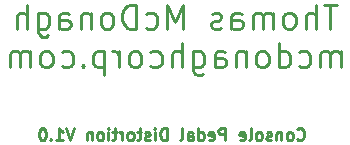
<source format=gbr>
%TF.GenerationSoftware,KiCad,Pcbnew,(5.1.7)-1*%
%TF.CreationDate,2021-01-07T21:29:17-06:00*%
%TF.ProjectId,ConsolePedalFuzz,436f6e73-6f6c-4655-9065-64616c46757a,rev?*%
%TF.SameCoordinates,Original*%
%TF.FileFunction,Legend,Bot*%
%TF.FilePolarity,Positive*%
%FSLAX46Y46*%
G04 Gerber Fmt 4.6, Leading zero omitted, Abs format (unit mm)*
G04 Created by KiCad (PCBNEW (5.1.7)-1) date 2021-01-07 21:29:17*
%MOMM*%
%LPD*%
G01*
G04 APERTURE LIST*
%ADD10C,0.250000*%
G04 APERTURE END LIST*
D10*
X143080000Y-121642142D02*
X143127619Y-121689761D01*
X143270476Y-121737380D01*
X143365714Y-121737380D01*
X143508571Y-121689761D01*
X143603809Y-121594523D01*
X143651428Y-121499285D01*
X143699047Y-121308809D01*
X143699047Y-121165952D01*
X143651428Y-120975476D01*
X143603809Y-120880238D01*
X143508571Y-120785000D01*
X143365714Y-120737380D01*
X143270476Y-120737380D01*
X143127619Y-120785000D01*
X143080000Y-120832619D01*
X142508571Y-121737380D02*
X142603809Y-121689761D01*
X142651428Y-121642142D01*
X142699047Y-121546904D01*
X142699047Y-121261190D01*
X142651428Y-121165952D01*
X142603809Y-121118333D01*
X142508571Y-121070714D01*
X142365714Y-121070714D01*
X142270476Y-121118333D01*
X142222857Y-121165952D01*
X142175238Y-121261190D01*
X142175238Y-121546904D01*
X142222857Y-121642142D01*
X142270476Y-121689761D01*
X142365714Y-121737380D01*
X142508571Y-121737380D01*
X141746666Y-121070714D02*
X141746666Y-121737380D01*
X141746666Y-121165952D02*
X141699047Y-121118333D01*
X141603809Y-121070714D01*
X141460952Y-121070714D01*
X141365714Y-121118333D01*
X141318095Y-121213571D01*
X141318095Y-121737380D01*
X140889523Y-121689761D02*
X140794285Y-121737380D01*
X140603809Y-121737380D01*
X140508571Y-121689761D01*
X140460952Y-121594523D01*
X140460952Y-121546904D01*
X140508571Y-121451666D01*
X140603809Y-121404047D01*
X140746666Y-121404047D01*
X140841904Y-121356428D01*
X140889523Y-121261190D01*
X140889523Y-121213571D01*
X140841904Y-121118333D01*
X140746666Y-121070714D01*
X140603809Y-121070714D01*
X140508571Y-121118333D01*
X139889523Y-121737380D02*
X139984761Y-121689761D01*
X140032380Y-121642142D01*
X140080000Y-121546904D01*
X140080000Y-121261190D01*
X140032380Y-121165952D01*
X139984761Y-121118333D01*
X139889523Y-121070714D01*
X139746666Y-121070714D01*
X139651428Y-121118333D01*
X139603809Y-121165952D01*
X139556190Y-121261190D01*
X139556190Y-121546904D01*
X139603809Y-121642142D01*
X139651428Y-121689761D01*
X139746666Y-121737380D01*
X139889523Y-121737380D01*
X138984761Y-121737380D02*
X139080000Y-121689761D01*
X139127619Y-121594523D01*
X139127619Y-120737380D01*
X138222857Y-121689761D02*
X138318095Y-121737380D01*
X138508571Y-121737380D01*
X138603809Y-121689761D01*
X138651428Y-121594523D01*
X138651428Y-121213571D01*
X138603809Y-121118333D01*
X138508571Y-121070714D01*
X138318095Y-121070714D01*
X138222857Y-121118333D01*
X138175238Y-121213571D01*
X138175238Y-121308809D01*
X138651428Y-121404047D01*
X136984761Y-121737380D02*
X136984761Y-120737380D01*
X136603809Y-120737380D01*
X136508571Y-120785000D01*
X136460952Y-120832619D01*
X136413333Y-120927857D01*
X136413333Y-121070714D01*
X136460952Y-121165952D01*
X136508571Y-121213571D01*
X136603809Y-121261190D01*
X136984761Y-121261190D01*
X135603809Y-121689761D02*
X135699047Y-121737380D01*
X135889523Y-121737380D01*
X135984761Y-121689761D01*
X136032380Y-121594523D01*
X136032380Y-121213571D01*
X135984761Y-121118333D01*
X135889523Y-121070714D01*
X135699047Y-121070714D01*
X135603809Y-121118333D01*
X135556190Y-121213571D01*
X135556190Y-121308809D01*
X136032380Y-121404047D01*
X134699047Y-121737380D02*
X134699047Y-120737380D01*
X134699047Y-121689761D02*
X134794285Y-121737380D01*
X134984761Y-121737380D01*
X135080000Y-121689761D01*
X135127619Y-121642142D01*
X135175238Y-121546904D01*
X135175238Y-121261190D01*
X135127619Y-121165952D01*
X135080000Y-121118333D01*
X134984761Y-121070714D01*
X134794285Y-121070714D01*
X134699047Y-121118333D01*
X133794285Y-121737380D02*
X133794285Y-121213571D01*
X133841904Y-121118333D01*
X133937142Y-121070714D01*
X134127619Y-121070714D01*
X134222857Y-121118333D01*
X133794285Y-121689761D02*
X133889523Y-121737380D01*
X134127619Y-121737380D01*
X134222857Y-121689761D01*
X134270476Y-121594523D01*
X134270476Y-121499285D01*
X134222857Y-121404047D01*
X134127619Y-121356428D01*
X133889523Y-121356428D01*
X133794285Y-121308809D01*
X133175238Y-121737380D02*
X133270476Y-121689761D01*
X133318095Y-121594523D01*
X133318095Y-120737380D01*
X132032380Y-121737380D02*
X132032380Y-120737380D01*
X131794285Y-120737380D01*
X131651428Y-120785000D01*
X131556190Y-120880238D01*
X131508571Y-120975476D01*
X131460952Y-121165952D01*
X131460952Y-121308809D01*
X131508571Y-121499285D01*
X131556190Y-121594523D01*
X131651428Y-121689761D01*
X131794285Y-121737380D01*
X132032380Y-121737380D01*
X131032380Y-121737380D02*
X131032380Y-121070714D01*
X131032380Y-120737380D02*
X131080000Y-120785000D01*
X131032380Y-120832619D01*
X130984761Y-120785000D01*
X131032380Y-120737380D01*
X131032380Y-120832619D01*
X130603809Y-121689761D02*
X130508571Y-121737380D01*
X130318095Y-121737380D01*
X130222857Y-121689761D01*
X130175238Y-121594523D01*
X130175238Y-121546904D01*
X130222857Y-121451666D01*
X130318095Y-121404047D01*
X130460952Y-121404047D01*
X130556190Y-121356428D01*
X130603809Y-121261190D01*
X130603809Y-121213571D01*
X130556190Y-121118333D01*
X130460952Y-121070714D01*
X130318095Y-121070714D01*
X130222857Y-121118333D01*
X129889523Y-121070714D02*
X129508571Y-121070714D01*
X129746666Y-120737380D02*
X129746666Y-121594523D01*
X129699047Y-121689761D01*
X129603809Y-121737380D01*
X129508571Y-121737380D01*
X129032380Y-121737380D02*
X129127619Y-121689761D01*
X129175238Y-121642142D01*
X129222857Y-121546904D01*
X129222857Y-121261190D01*
X129175238Y-121165952D01*
X129127619Y-121118333D01*
X129032380Y-121070714D01*
X128889523Y-121070714D01*
X128794285Y-121118333D01*
X128746666Y-121165952D01*
X128699047Y-121261190D01*
X128699047Y-121546904D01*
X128746666Y-121642142D01*
X128794285Y-121689761D01*
X128889523Y-121737380D01*
X129032380Y-121737380D01*
X128270476Y-121737380D02*
X128270476Y-121070714D01*
X128270476Y-121261190D02*
X128222857Y-121165952D01*
X128175238Y-121118333D01*
X128080000Y-121070714D01*
X127984761Y-121070714D01*
X127794285Y-121070714D02*
X127413333Y-121070714D01*
X127651428Y-120737380D02*
X127651428Y-121594523D01*
X127603809Y-121689761D01*
X127508571Y-121737380D01*
X127413333Y-121737380D01*
X127080000Y-121737380D02*
X127080000Y-121070714D01*
X127080000Y-120737380D02*
X127127619Y-120785000D01*
X127080000Y-120832619D01*
X127032380Y-120785000D01*
X127080000Y-120737380D01*
X127080000Y-120832619D01*
X126460952Y-121737380D02*
X126556190Y-121689761D01*
X126603809Y-121642142D01*
X126651428Y-121546904D01*
X126651428Y-121261190D01*
X126603809Y-121165952D01*
X126556190Y-121118333D01*
X126460952Y-121070714D01*
X126318095Y-121070714D01*
X126222857Y-121118333D01*
X126175238Y-121165952D01*
X126127619Y-121261190D01*
X126127619Y-121546904D01*
X126175238Y-121642142D01*
X126222857Y-121689761D01*
X126318095Y-121737380D01*
X126460952Y-121737380D01*
X125699047Y-121070714D02*
X125699047Y-121737380D01*
X125699047Y-121165952D02*
X125651428Y-121118333D01*
X125556190Y-121070714D01*
X125413333Y-121070714D01*
X125318095Y-121118333D01*
X125270476Y-121213571D01*
X125270476Y-121737380D01*
X124175238Y-120737380D02*
X123841904Y-121737380D01*
X123508571Y-120737380D01*
X122651428Y-121737380D02*
X123222857Y-121737380D01*
X122937142Y-121737380D02*
X122937142Y-120737380D01*
X123032380Y-120880238D01*
X123127619Y-120975476D01*
X123222857Y-121023095D01*
X122222857Y-121642142D02*
X122175238Y-121689761D01*
X122222857Y-121737380D01*
X122270476Y-121689761D01*
X122222857Y-121642142D01*
X122222857Y-121737380D01*
X121556190Y-120737380D02*
X121460952Y-120737380D01*
X121365714Y-120785000D01*
X121318095Y-120832619D01*
X121270476Y-120927857D01*
X121222857Y-121118333D01*
X121222857Y-121356428D01*
X121270476Y-121546904D01*
X121318095Y-121642142D01*
X121365714Y-121689761D01*
X121460952Y-121737380D01*
X121556190Y-121737380D01*
X121651428Y-121689761D01*
X121699047Y-121642142D01*
X121746666Y-121546904D01*
X121794285Y-121356428D01*
X121794285Y-121118333D01*
X121746666Y-120927857D01*
X121699047Y-120832619D01*
X121651428Y-120785000D01*
X121556190Y-120737380D01*
X146464285Y-110309761D02*
X145321428Y-110309761D01*
X145892857Y-112309761D02*
X145892857Y-110309761D01*
X144654761Y-112309761D02*
X144654761Y-110309761D01*
X143797619Y-112309761D02*
X143797619Y-111262142D01*
X143892857Y-111071666D01*
X144083333Y-110976428D01*
X144369047Y-110976428D01*
X144559523Y-111071666D01*
X144654761Y-111166904D01*
X142559523Y-112309761D02*
X142750000Y-112214523D01*
X142845238Y-112119285D01*
X142940476Y-111928809D01*
X142940476Y-111357380D01*
X142845238Y-111166904D01*
X142750000Y-111071666D01*
X142559523Y-110976428D01*
X142273809Y-110976428D01*
X142083333Y-111071666D01*
X141988095Y-111166904D01*
X141892857Y-111357380D01*
X141892857Y-111928809D01*
X141988095Y-112119285D01*
X142083333Y-112214523D01*
X142273809Y-112309761D01*
X142559523Y-112309761D01*
X141035714Y-112309761D02*
X141035714Y-110976428D01*
X141035714Y-111166904D02*
X140940476Y-111071666D01*
X140750000Y-110976428D01*
X140464285Y-110976428D01*
X140273809Y-111071666D01*
X140178571Y-111262142D01*
X140178571Y-112309761D01*
X140178571Y-111262142D02*
X140083333Y-111071666D01*
X139892857Y-110976428D01*
X139607142Y-110976428D01*
X139416666Y-111071666D01*
X139321428Y-111262142D01*
X139321428Y-112309761D01*
X137511904Y-112309761D02*
X137511904Y-111262142D01*
X137607142Y-111071666D01*
X137797619Y-110976428D01*
X138178571Y-110976428D01*
X138369047Y-111071666D01*
X137511904Y-112214523D02*
X137702380Y-112309761D01*
X138178571Y-112309761D01*
X138369047Y-112214523D01*
X138464285Y-112024047D01*
X138464285Y-111833571D01*
X138369047Y-111643095D01*
X138178571Y-111547857D01*
X137702380Y-111547857D01*
X137511904Y-111452619D01*
X136654761Y-112214523D02*
X136464285Y-112309761D01*
X136083333Y-112309761D01*
X135892857Y-112214523D01*
X135797619Y-112024047D01*
X135797619Y-111928809D01*
X135892857Y-111738333D01*
X136083333Y-111643095D01*
X136369047Y-111643095D01*
X136559523Y-111547857D01*
X136654761Y-111357380D01*
X136654761Y-111262142D01*
X136559523Y-111071666D01*
X136369047Y-110976428D01*
X136083333Y-110976428D01*
X135892857Y-111071666D01*
X133416666Y-112309761D02*
X133416666Y-110309761D01*
X132750000Y-111738333D01*
X132083333Y-110309761D01*
X132083333Y-112309761D01*
X130273809Y-112214523D02*
X130464285Y-112309761D01*
X130845238Y-112309761D01*
X131035714Y-112214523D01*
X131130952Y-112119285D01*
X131226190Y-111928809D01*
X131226190Y-111357380D01*
X131130952Y-111166904D01*
X131035714Y-111071666D01*
X130845238Y-110976428D01*
X130464285Y-110976428D01*
X130273809Y-111071666D01*
X129416666Y-112309761D02*
X129416666Y-110309761D01*
X128940476Y-110309761D01*
X128654761Y-110405000D01*
X128464285Y-110595476D01*
X128369047Y-110785952D01*
X128273809Y-111166904D01*
X128273809Y-111452619D01*
X128369047Y-111833571D01*
X128464285Y-112024047D01*
X128654761Y-112214523D01*
X128940476Y-112309761D01*
X129416666Y-112309761D01*
X127130952Y-112309761D02*
X127321428Y-112214523D01*
X127416666Y-112119285D01*
X127511904Y-111928809D01*
X127511904Y-111357380D01*
X127416666Y-111166904D01*
X127321428Y-111071666D01*
X127130952Y-110976428D01*
X126845238Y-110976428D01*
X126654761Y-111071666D01*
X126559523Y-111166904D01*
X126464285Y-111357380D01*
X126464285Y-111928809D01*
X126559523Y-112119285D01*
X126654761Y-112214523D01*
X126845238Y-112309761D01*
X127130952Y-112309761D01*
X125607142Y-110976428D02*
X125607142Y-112309761D01*
X125607142Y-111166904D02*
X125511904Y-111071666D01*
X125321428Y-110976428D01*
X125035714Y-110976428D01*
X124845238Y-111071666D01*
X124750000Y-111262142D01*
X124750000Y-112309761D01*
X122940476Y-112309761D02*
X122940476Y-111262142D01*
X123035714Y-111071666D01*
X123226190Y-110976428D01*
X123607142Y-110976428D01*
X123797619Y-111071666D01*
X122940476Y-112214523D02*
X123130952Y-112309761D01*
X123607142Y-112309761D01*
X123797619Y-112214523D01*
X123892857Y-112024047D01*
X123892857Y-111833571D01*
X123797619Y-111643095D01*
X123607142Y-111547857D01*
X123130952Y-111547857D01*
X122940476Y-111452619D01*
X121130952Y-110976428D02*
X121130952Y-112595476D01*
X121226190Y-112785952D01*
X121321428Y-112881190D01*
X121511904Y-112976428D01*
X121797619Y-112976428D01*
X121988095Y-112881190D01*
X121130952Y-112214523D02*
X121321428Y-112309761D01*
X121702380Y-112309761D01*
X121892857Y-112214523D01*
X121988095Y-112119285D01*
X122083333Y-111928809D01*
X122083333Y-111357380D01*
X121988095Y-111166904D01*
X121892857Y-111071666D01*
X121702380Y-110976428D01*
X121321428Y-110976428D01*
X121130952Y-111071666D01*
X120178571Y-112309761D02*
X120178571Y-110309761D01*
X119321428Y-112309761D02*
X119321428Y-111262142D01*
X119416666Y-111071666D01*
X119607142Y-110976428D01*
X119892857Y-110976428D01*
X120083333Y-111071666D01*
X120178571Y-111166904D01*
X146750000Y-115559761D02*
X146750000Y-114226428D01*
X146750000Y-114416904D02*
X146654761Y-114321666D01*
X146464285Y-114226428D01*
X146178571Y-114226428D01*
X145988095Y-114321666D01*
X145892857Y-114512142D01*
X145892857Y-115559761D01*
X145892857Y-114512142D02*
X145797619Y-114321666D01*
X145607142Y-114226428D01*
X145321428Y-114226428D01*
X145130952Y-114321666D01*
X145035714Y-114512142D01*
X145035714Y-115559761D01*
X143226190Y-115464523D02*
X143416666Y-115559761D01*
X143797619Y-115559761D01*
X143988095Y-115464523D01*
X144083333Y-115369285D01*
X144178571Y-115178809D01*
X144178571Y-114607380D01*
X144083333Y-114416904D01*
X143988095Y-114321666D01*
X143797619Y-114226428D01*
X143416666Y-114226428D01*
X143226190Y-114321666D01*
X141511904Y-115559761D02*
X141511904Y-113559761D01*
X141511904Y-115464523D02*
X141702380Y-115559761D01*
X142083333Y-115559761D01*
X142273809Y-115464523D01*
X142369047Y-115369285D01*
X142464285Y-115178809D01*
X142464285Y-114607380D01*
X142369047Y-114416904D01*
X142273809Y-114321666D01*
X142083333Y-114226428D01*
X141702380Y-114226428D01*
X141511904Y-114321666D01*
X140273809Y-115559761D02*
X140464285Y-115464523D01*
X140559523Y-115369285D01*
X140654761Y-115178809D01*
X140654761Y-114607380D01*
X140559523Y-114416904D01*
X140464285Y-114321666D01*
X140273809Y-114226428D01*
X139988095Y-114226428D01*
X139797619Y-114321666D01*
X139702380Y-114416904D01*
X139607142Y-114607380D01*
X139607142Y-115178809D01*
X139702380Y-115369285D01*
X139797619Y-115464523D01*
X139988095Y-115559761D01*
X140273809Y-115559761D01*
X138750000Y-114226428D02*
X138750000Y-115559761D01*
X138750000Y-114416904D02*
X138654761Y-114321666D01*
X138464285Y-114226428D01*
X138178571Y-114226428D01*
X137988095Y-114321666D01*
X137892857Y-114512142D01*
X137892857Y-115559761D01*
X136083333Y-115559761D02*
X136083333Y-114512142D01*
X136178571Y-114321666D01*
X136369047Y-114226428D01*
X136750000Y-114226428D01*
X136940476Y-114321666D01*
X136083333Y-115464523D02*
X136273809Y-115559761D01*
X136750000Y-115559761D01*
X136940476Y-115464523D01*
X137035714Y-115274047D01*
X137035714Y-115083571D01*
X136940476Y-114893095D01*
X136750000Y-114797857D01*
X136273809Y-114797857D01*
X136083333Y-114702619D01*
X134273809Y-114226428D02*
X134273809Y-115845476D01*
X134369047Y-116035952D01*
X134464285Y-116131190D01*
X134654761Y-116226428D01*
X134940476Y-116226428D01*
X135130952Y-116131190D01*
X134273809Y-115464523D02*
X134464285Y-115559761D01*
X134845238Y-115559761D01*
X135035714Y-115464523D01*
X135130952Y-115369285D01*
X135226190Y-115178809D01*
X135226190Y-114607380D01*
X135130952Y-114416904D01*
X135035714Y-114321666D01*
X134845238Y-114226428D01*
X134464285Y-114226428D01*
X134273809Y-114321666D01*
X133321428Y-115559761D02*
X133321428Y-113559761D01*
X132464285Y-115559761D02*
X132464285Y-114512142D01*
X132559523Y-114321666D01*
X132750000Y-114226428D01*
X133035714Y-114226428D01*
X133226190Y-114321666D01*
X133321428Y-114416904D01*
X130654761Y-115464523D02*
X130845238Y-115559761D01*
X131226190Y-115559761D01*
X131416666Y-115464523D01*
X131511904Y-115369285D01*
X131607142Y-115178809D01*
X131607142Y-114607380D01*
X131511904Y-114416904D01*
X131416666Y-114321666D01*
X131226190Y-114226428D01*
X130845238Y-114226428D01*
X130654761Y-114321666D01*
X129511904Y-115559761D02*
X129702380Y-115464523D01*
X129797619Y-115369285D01*
X129892857Y-115178809D01*
X129892857Y-114607380D01*
X129797619Y-114416904D01*
X129702380Y-114321666D01*
X129511904Y-114226428D01*
X129226190Y-114226428D01*
X129035714Y-114321666D01*
X128940476Y-114416904D01*
X128845238Y-114607380D01*
X128845238Y-115178809D01*
X128940476Y-115369285D01*
X129035714Y-115464523D01*
X129226190Y-115559761D01*
X129511904Y-115559761D01*
X127988095Y-115559761D02*
X127988095Y-114226428D01*
X127988095Y-114607380D02*
X127892857Y-114416904D01*
X127797619Y-114321666D01*
X127607142Y-114226428D01*
X127416666Y-114226428D01*
X126750000Y-114226428D02*
X126750000Y-116226428D01*
X126750000Y-114321666D02*
X126559523Y-114226428D01*
X126178571Y-114226428D01*
X125988095Y-114321666D01*
X125892857Y-114416904D01*
X125797619Y-114607380D01*
X125797619Y-115178809D01*
X125892857Y-115369285D01*
X125988095Y-115464523D01*
X126178571Y-115559761D01*
X126559523Y-115559761D01*
X126750000Y-115464523D01*
X124940476Y-115369285D02*
X124845238Y-115464523D01*
X124940476Y-115559761D01*
X125035714Y-115464523D01*
X124940476Y-115369285D01*
X124940476Y-115559761D01*
X123130952Y-115464523D02*
X123321428Y-115559761D01*
X123702380Y-115559761D01*
X123892857Y-115464523D01*
X123988095Y-115369285D01*
X124083333Y-115178809D01*
X124083333Y-114607380D01*
X123988095Y-114416904D01*
X123892857Y-114321666D01*
X123702380Y-114226428D01*
X123321428Y-114226428D01*
X123130952Y-114321666D01*
X121988095Y-115559761D02*
X122178571Y-115464523D01*
X122273809Y-115369285D01*
X122369047Y-115178809D01*
X122369047Y-114607380D01*
X122273809Y-114416904D01*
X122178571Y-114321666D01*
X121988095Y-114226428D01*
X121702380Y-114226428D01*
X121511904Y-114321666D01*
X121416666Y-114416904D01*
X121321428Y-114607380D01*
X121321428Y-115178809D01*
X121416666Y-115369285D01*
X121511904Y-115464523D01*
X121702380Y-115559761D01*
X121988095Y-115559761D01*
X120464285Y-115559761D02*
X120464285Y-114226428D01*
X120464285Y-114416904D02*
X120369047Y-114321666D01*
X120178571Y-114226428D01*
X119892857Y-114226428D01*
X119702380Y-114321666D01*
X119607142Y-114512142D01*
X119607142Y-115559761D01*
X119607142Y-114512142D02*
X119511904Y-114321666D01*
X119321428Y-114226428D01*
X119035714Y-114226428D01*
X118845238Y-114321666D01*
X118750000Y-114512142D01*
X118750000Y-115559761D01*
M02*

</source>
